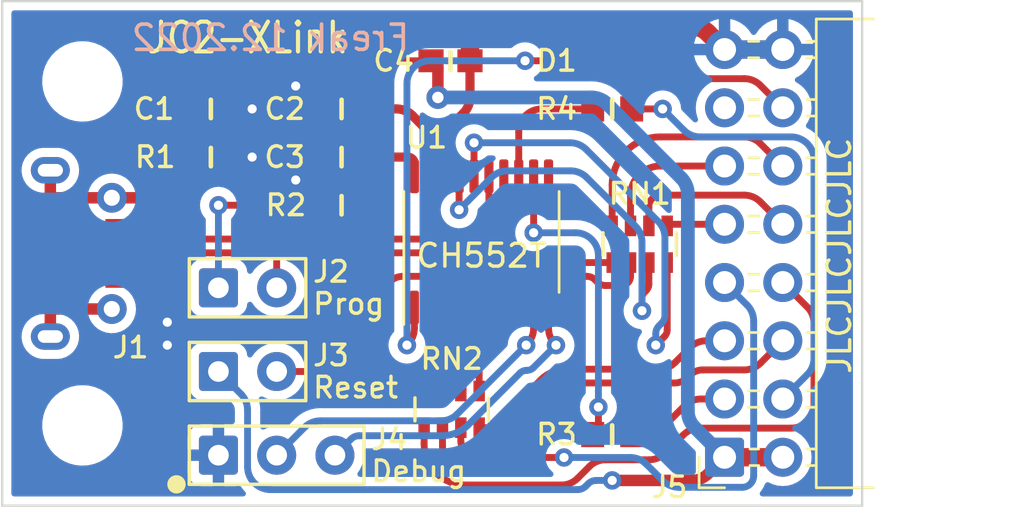
<source format=kicad_pcb>
(kicad_pcb (version 20211014) (generator pcbnew)
  (layers (0 "F.Cu" signal) (31 "B.Cu" signal) (34 "B.Paste" user) (35 "F.Paste" user) (36 "B.SilkS" user "B.Silkscreen") (37 "F.SilkS" user "F.Silkscreen") (38 "B.Mask" user) (39 "F.Mask" user) (44 "Edge.Cuts" user))
  (net 0 "")
  (net 1 "Net-(C1-Pad1)")
  (net 2 "GND")
  (net 3 "+5V")
  (net 4 "+3.3V")
  (net 5 "Net-(D1-Pad1)")
  (net 6 "Net-(D1-Pad2)")
  (net 8 "Net-(J1-Pad2)")
  (net 10 "Net-(J1-Pad3)")
  (net 11 "Net-(J2-Pad1)")
  (net 12 "Net-(J4-Pad2)")
  (net 13 "Net-(J5-Pad3)")
  (net 14 "Net-(J5-Pad4)")
  (net 15 "Net-(J5-Pad5)")
  (net 16 "Net-(J5-Pad6)")
  (net 17 "Net-(RN1-Pad2)")
  (net 18 "Net-(RN1-Pad3)")
  (net 19 "Net-(J5-Pad7)")
  (net 20 "Net-(J5-Pad8)")
  (net 21 "Net-(RN2-Pad1)")
  (net 22 "Net-(RN2-Pad2)")
  (net 24 "Net-(J5-Pad12)")
  (net 25 "Net-(R3-Pad1)")
  (net 26 "Net-(RN2-Pad3)")
  (net 28 "Net-(RN2-Pad4)")
  (net 29 "Net-(J5-Pad9)")
  (net 30 "Net-(J5-Pad10)")
  (net 31 "Net-(R4-Pad1)")
  (net 32 "Net-(J5-Pad11)")
  (net 33 "Net-(RN1-Pad1)")
  (net 34 "Net-(RN1-Pad4)")
  (net 35 "Net-(J4-Pad3)")
  (net 36 "Net-(J3-Pad2)")
  (footprint "TTB_MyLib:TTB_C0603" (layer "F.Cu") (at 136.3 93.8 180)
    (fp_text reference "C3" (at 1.5 0) (layer "F.SilkS") (effects (font (size 0.9 0.9)) (justify right)))
    (fp_text value "100n" hide)
    (fp_line (start 0 -0.4) (end 0 0.4) (layer "F.SilkS") (width 0.2))
    (pad "1" smd rect locked (at -0.85 0 180) (size 1.1 1) (layers "F.Cu" "F.Paste" "F.Mask") (net 4 "+3.3V"))
    (pad "2" smd rect locked (at 0.85 0 180) (size 1.1 1) (layers "F.Cu" "F.Paste" "F.Mask") (net 2 "GND"))
  )
  (footprint "TTB_MyLib:TTB_D0603" (layer "F.Cu") (at 148.1 89.6)
    (fp_text reference "D1" (at -1.45 0) (layer "F.SilkS") (effects (font (size 0.9 0.9)) (justify right)))
    (fp_text value "CD4148WTP" hide)
    (pad "1" smd rect locked (at -0.85 0) (size 1 1.1) (layers "F.Cu" "F.Paste" "F.Mask") (net 5 "Net-(D1-Pad1)"))
    (pad "2" smd rect locked (at 0.85 0) (size 1 1.1) (layers "F.Cu" "F.Paste" "F.Mask") (net 6 "Net-(D1-Pad2)"))
  )
  (footprint "TTB_MyLib:TTB_C0603" (layer "F.Cu") (at 136.3 91.7 180)
    (fp_text reference "C2" (at 1.5 0) (layer "F.SilkS") (effects (font (size 0.9 0.9)) (justify right)))
    (fp_text value "100n" hide)
    (fp_line (start 0 -0.4) (end 0 0.4) (layer "F.SilkS") (width 0.2))
    (pad "1" smd rect locked (at -0.85 0 180) (size 1.1 1) (layers "F.Cu" "F.Paste" "F.Mask") (net 3 "+5V"))
    (pad "2" smd rect locked (at 0.85 0 180) (size 1.1 1) (layers "F.Cu" "F.Paste" "F.Mask") (net 2 "GND"))
  )
  (footprint "TTB_MyLib:TTB_USB-B_Micro_LCSC_C10418" (layer "F.Cu") (at 123.6 98 90)
    (fp_text reference "J1" (at -4.1 3.5 180) (layer "F.SilkS") (effects (font (size 0.9 0.9))))
    (fp_text value "USB Micro-B" hide)
    (pad "1" smd rect locked (at 1.3 3.2 90) (size 0.4 1.6) (layers "F.Cu" "F.Paste" "F.Mask"))
    (pad "2" smd rect locked (at 0.65 3.2 90) (size 0.4 1.6) (layers "F.Cu" "F.Paste" "F.Mask") (net 8 "Net-(J1-Pad2)"))
    (pad "3" smd rect locked (at 0 3.2 90) (size 0.4 1.6) (layers "F.Cu" "F.Paste" "F.Mask") (net 10 "Net-(J1-Pad3)"))
    (pad "4" smd rect locked (at -0.65 3.2 90) (size 0.4 1.6) (layers "F.Cu" "F.Paste" "F.Mask"))
    (pad "5" smd rect locked (at -1.3 3.2 90) (size 0.4 1.6) (layers "F.Cu" "F.Paste" "F.Mask") (net 2 "GND"))
    (pad "6" thru_hole circle locked (at 2.425 2.68 90) (size 1.3 1.3) (drill 0.7) (layers *.Cu *.Mask) (net 1 "Net-(C1-Pad1)"))
    (pad "6" thru_hole circle locked (at -2.425 2.68 90) (size 1.3 1.3) (drill 0.7) (layers *.Cu *.Mask) (net 1 "Net-(C1-Pad1)"))
    (pad "6" thru_hole oval locked (at -3.625 0 90) (size 1.15 1.7) (drill oval 0.55 1.1) (layers *.Cu *.Mask) (net 1 "Net-(C1-Pad1)"))
    (pad "6" smd rect locked (at 1.6 -0.9 90) (size 1.5 1) (layers "F.Cu" "F.Paste" "F.Mask") (net 1 "Net-(C1-Pad1)"))
    (pad "6" thru_hole oval locked (at 3.625 0 90) (size 1.15 1.7) (drill oval 0.55 1.1) (layers *.Cu *.Mask) (net 1 "Net-(C1-Pad1)"))
    (pad "6" smd rect locked (at -1.6 -0.9 90) (size 1.5 1) (layers "F.Cu" "F.Paste" "F.Mask") (net 1 "Net-(C1-Pad1)"))
  )
  (footprint "Package_SO:TSSOP-20_4.4x6.5mm_P0.65mm" (layer "F.Cu") (at 142.4 97.5 90)
    (fp_text reference "U1" (at 4.55 -2.4 180) (layer "F.SilkS") (effects (font (size 0.9 0.9))))
    (fp_text value "CH552T")
    (fp_line (start 0 3.385) (end -2.2 3.385) (layer "F.SilkS") (width 0.12))
    (fp_line (start 0 -3.385) (end 2.2 -3.385) (layer "F.SilkS") (width 0.12))
    (fp_line (start 0 -3.385) (end -3.6 -3.385) (layer "F.SilkS") (width 0.12))
    (fp_line (start 0 3.385) (end 2.2 3.385) (layer "F.SilkS") (width 0.12))
    (pad "1" smd roundrect (at -2.8625 -2.925 90) (size 1.475 0.4) (layers "F.Cu" "F.Paste" "F.Mask") (net 5 "Net-(D1-Pad1)"))
    (pad "2" smd roundrect (at -2.8625 -2.275 90) (size 1.475 0.4) (layers "F.Cu" "F.Paste" "F.Mask") (net 28 "Net-(RN2-Pad4)"))
    (pad "3" smd roundrect (at -2.8625 -1.625 90) (size 1.475 0.4) (layers "F.Cu" "F.Paste" "F.Mask") (net 26 "Net-(RN2-Pad3)"))
    (pad "4" smd roundrect (at -2.8625 -0.975 90) (size 1.475 0.4) (layers "F.Cu" "F.Paste" "F.Mask") (net 22 "Net-(RN2-Pad2)"))
    (pad "5" smd roundrect (at -2.8625 -0.325 90) (size 1.475 0.4) (layers "F.Cu" "F.Paste" "F.Mask") (net 21 "Net-(RN2-Pad1)"))
    (pad "6" smd roundrect (at -2.8625 0.325 90) (size 1.475 0.4) (layers "F.Cu" "F.Paste" "F.Mask") (net 36 "Net-(J3-Pad2)"))
    (pad "7" smd roundrect (at -2.8625 0.975 90) (size 1.475 0.4) (layers "F.Cu" "F.Paste" "F.Mask") (net 33 "Net-(RN1-Pad1)"))
    (pad "8" smd roundrect (at -2.8625 1.625 90) (size 1.475 0.4) (layers "F.Cu" "F.Paste" "F.Mask") (net 17 "Net-(RN1-Pad2)"))
    (pad "9" smd roundrect (at -2.8625 2.275 90) (size 1.475 0.4) (layers "F.Cu" "F.Paste" "F.Mask") (net 12 "Net-(J4-Pad2)"))
    (pad "10" smd roundrect (at -2.8625 2.925 90) (size 1.475 0.4) (layers "F.Cu" "F.Paste" "F.Mask") (net 35 "Net-(J4-Pad3)"))
    (pad "11" smd roundrect (at 2.8625 2.925 90) (size 1.475 0.4) (layers "F.Cu" "F.Paste" "F.Mask"))
    (pad "12" smd roundrect (at 2.8625 2.275 90) (size 1.475 0.4) (layers "F.Cu" "F.Paste" "F.Mask") (net 25 "Net-(R3-Pad1)"))
    (pad "13" smd roundrect (at 2.8625 1.625 90) (size 1.475 0.4) (layers "F.Cu" "F.Paste" "F.Mask") (net 31 "Net-(R4-Pad1)"))
    (pad "14" smd roundrect (at 2.8625 0.975 90) (size 1.475 0.4) (layers "F.Cu" "F.Paste" "F.Mask") (net 10 "Net-(J1-Pad3)"))
    (pad "15" smd roundrect (at 2.8625 0.325 90) (size 1.475 0.4) (layers "F.Cu" "F.Paste" "F.Mask") (net 8 "Net-(J1-Pad2)"))
    (pad "16" smd roundrect (at 2.8625 -0.325 90) (size 1.475 0.4) (layers "F.Cu" "F.Paste" "F.Mask") (net 34 "Net-(RN1-Pad4)"))
    (pad "17" smd roundrect (at 2.8625 -0.975 90) (size 1.475 0.4) (layers "F.Cu" "F.Paste" "F.Mask") (net 18 "Net-(RN1-Pad3)"))
    (pad "18" smd roundrect (at 2.8625 -1.625 90) (size 1.475 0.4) (layers "F.Cu" "F.Paste" "F.Mask") (net 2 "GND"))
    (pad "19" smd roundrect (at 2.8625 -2.275 90) (size 1.475 0.4) (layers "F.Cu" "F.Paste" "F.Mask") (net 3 "+5V"))
    (pad "20" smd roundrect (at 2.8625 -2.925 90) (size 1.475 0.4) (layers "F.Cu" "F.Paste" "F.Mask") (net 4 "+3.3V"))
  )
  (footprint "MountingHole:MountingHole_2.7mm_M2.5_DIN965" (layer "F.Cu") (at 125 90.5)
    (fp_text reference "H1" hide)
    (fp_text value "MountingHole" hide)
    (pad "" np_thru_hole circle (at 0 0) (size 2.7 2.7) (drill 2.7) (layers *.Cu *.Mask))
  )
  (footprint "Connector_PinSocket_2.54mm:PinSocket_2x08_P2.54mm_Horizontal" (layer "F.Cu") (at 153 106.89 180)
    (fp_text reference "J5" (at 2.4 -1.31) (layer "F.SilkS") (effects (font (size 0.9 0.9))))
    (fp_text value "Port B")
    (fp_line (start -1.49 15.6) (end -1.05 15.6) (layer "F.SilkS") (width 0.12))
    (fp_line (start -4 17.42) (end -3.59 17.42) (layer "F.SilkS") (width 0.12))
    (fp_line (start -1.49 5.44) (end -1.05 5.44) (layer "F.SilkS") (width 0.12))
    (fp_line (start -4 -0.36) (end -3.59 -0.36) (layer "F.SilkS") (width 0.12))
    (fp_line (start 1.11 -1.33) (end 1.11 0) (layer "F.SilkS") (width 0.12))
    (fp_line (start -1.49 14.88) (end -1.05 14.88) (layer "F.SilkS") (width 0.12))
    (fp_line (start -1.49 2.18) (end -1.05 2.18) (layer "F.SilkS") (width 0.12))
    (fp_line (start -4 13.06) (end -3.59 13.06) (layer "F.SilkS") (width 0.12))
    (fp_line (start 0 -1.33) (end 1.11 -1.33) (layer "F.SilkS") (width 0.12))
    (fp_line (start -6.5 19.11) (end -4 19.11) (layer "F.SilkS") (width 0.12))
    (fp_line (start -4 -1.33) (end -4 19.11) (layer "F.SilkS") (width 0.12))
    (fp_line (start -4 10.52) (end -3.59 10.52) (layer "F.SilkS") (width 0.12))
    (fp_line (start -1.49 12.34) (end -1.05 12.34) (layer "F.SilkS") (width 0.12))
    (fp_line (start -4 4.72) (end -3.59 4.72) (layer "F.SilkS") (width 0.12))
    (fp_line (start -1.49 17.42) (end -1.05 17.42) (layer "F.SilkS") (width 0.12))
    (fp_line (start -4 14.88) (end -3.59 14.88) (layer "F.SilkS") (width 0.12))
    (fp_line (start -1.49 7.98) (end -1.05 7.98) (layer "F.SilkS") (width 0.12))
    (fp_line (start -1.49 4.72) (end -1.05 4.72) (layer "F.SilkS") (width 0.12))
    (fp_line (start -1.49 9.8) (end -1.05 9.8) (layer "F.SilkS") (width 0.12))
    (fp_line (start -4 7.98) (end -3.59 7.98) (layer "F.SilkS") (width 0.12))
    (fp_line (start -1.49 13.06) (end -1.05 13.06) (layer "F.SilkS") (width 0.12))
    (fp_line (start -1.49 7.26) (end -1.05 7.26) (layer "F.SilkS") (width 0.12))
    (fp_line (start -4 12.34) (end -3.59 12.34) (layer "F.SilkS") (width 0.12))
    (fp_line (start -4 15.6) (end -3.59 15.6) (layer "F.SilkS") (width 0.12))
    (fp_line (start -1.49 0.36) (end -1.11 0.36) (layer "F.SilkS") (width 0.12))
    (fp_line (start -4 2.18) (end -3.59 2.18) (layer "F.SilkS") (width 0.12))
    (fp_line (start -4 0.36) (end -3.59 0.36) (layer "F.SilkS") (width 0.12))
    (fp_line (start -1.49 18.14) (end -1.05 18.14) (layer "F.SilkS") (width 0.12))
    (fp_line (start -4 9.8) (end -3.59 9.8) (layer "F.SilkS") (width 0.12))
    (fp_line (start -1.49 10.52) (end -1.05 10.52) (layer "F.SilkS") (width 0.12))
    (fp_line (start -1.49 2.9) (end -1.05 2.9) (layer "F.SilkS") (width 0.12))
    (fp_line (start -1.49 -0.36) (end -1.11 -0.36) (layer "F.SilkS") (width 0.12))
    (fp_line (start -6.5 -1.33) (end -4 -1.33) (layer "F.SilkS") (width 0.12))
    (fp_line (start -4 2.9) (end -3.59 2.9) (layer "F.SilkS") (width 0.12))
    (fp_line (start -4 7.26) (end -3.59 7.26) (layer "F.SilkS") (width 0.12))
    (fp_line (start -4 18.14) (end -3.59 18.14) (layer "F.SilkS") (width 0.12))
    (fp_line (start -4 5.44) (end -3.59 5.44) (layer "F.SilkS") (width 0.12))
    (pad "1" thru_hole roundrect (at 0 0 180) (size 1.7 1.7) (drill 1) (layers *.Cu *.Mask) (roundrect_rratio 0.1) (net 3 "+5V"))
    (pad "2" thru_hole oval (at -2.54 0 180) (size 1.7 1.7) (drill 1) (layers *.Cu *.Mask) (net 3 "+5V"))
    (pad "3" thru_hole oval (at 0 2.54 180) (size 1.7 1.7) (drill 1) (layers *.Cu *.Mask) (net 13 "Net-(J5-Pad3)"))
    (pad "4" thru_hole oval (at -2.54 2.54 180) (size 1.7 1.7) (drill 1) (layers *.Cu *.Mask) (net 14 "Net-(J5-Pad4)"))
    (pad "5" thru_hole oval (at 0 5.08 180) (size 1.7 1.7) (drill 1) (layers *.Cu *.Mask) (net 15 "Net-(J5-Pad5)"))
    (pad "6" thru_hole oval (at -2.54 5.08 180) (size 1.7 1.7) (drill 1) (layers *.Cu *.Mask) (net 16 "Net-(J5-Pad6)"))
    (pad "7" thru_hole oval (at 0 7.62 180) (size 1.7 1.7) (drill 1) (layers *.Cu *.Mask) (net 19 "Net-(J5-Pad7)"))
    (pad "8" thru_hole oval (at -2.54 7.62 180) (size 1.7 1.7) (drill 1) (layers *.Cu *.Mask) (net 20 "Net-(J5-Pad8)"))
    (pad "9" thru_hole oval (at 0 10.16 180) (size 1.7 1.7) (drill 1) (layers *.Cu *.Mask) (net 29 "Net-(J5-Pad9)"))
    (pad "10" thru_hole oval (at -2.54 10.16 180) (size 1.7 1.7) (drill 1) (layers *.Cu *.Mask) (net 30 "Net-(J5-Pad10)"))
    (pad "11" thru_hole oval (at 0 12.7 180) (size 1.7 1.7) (drill 1) (layers *.Cu *.Mask) (net 32 "Net-(J5-Pad11)"))
    (pad "12" thru_hole oval (at -2.54 12.7 180) (size 1.7 1.7) (drill 1) (layers *.Cu *.Mask) (net 24 "Net-(J5-Pad12)"))
    (pad "13" thru_hole oval (at 0 15.24 180) (size 1.7 1.7) (drill 1) (layers *.Cu *.Mask))
    (pad "14" thru_hole oval (at -2.54 15.24 180) (size 1.7 1.7) (drill 1) (layers *.Cu *.Mask) (net 6 "Net-(D1-Pad2)"))
    (pad "15" thru_hole oval (at 0 17.78 180) (size 1.7 1.7) (drill 1) (layers *.Cu *.Mask) (net 2 "GND"))
    (pad "16" thru_hole oval (at -2.54 17.78 180) (size 1.7 1.7) (drill 1) (layers *.Cu *.Mask) (net 2 "GND"))
  )
  (footprint "TTB_MyLib:TTB_C0603" (layer "F.Cu") (at 130.6 91.7)
    (fp_text reference "C1" (at -1.5 0) (layer "F.SilkS") (effects (font (size 0.9 0.9)) (justify right)))
    (fp_text value "4,7n" hide)
    (fp_line (start 0 -0.4) (end 0 0.4) (layer "F.SilkS") (width 0.2))
    (pad "1" smd rect locked (at -0.85 0) (size 1.1 1) (layers "F.Cu" "F.Paste" "F.Mask") (net 1 "Net-(C1-Pad1)"))
    (pad "2" smd rect locked (at 0.85 0) (size 1.1 1) (layers "F.Cu" "F.Paste" "F.Mask") (net 2 "GND"))
  )
  (footprint "TTB_MyLib:TTB_Pinhead_1x2_Rahmen" (layer "F.Cu") (at 132.2 99.5)
    (fp_text reference "J2" (at 2.77 -0.7 180) (layer "F.SilkS") (effects (font (size 0.9 0.9)) (justify left)))
    (fp_text value "Prog" hide)
    (fp_line (start -2.54 1.27) (end -2.54 -1.27) (layer "F.SilkS") (width 0.15))
    (fp_line (start 2.54 -1.27) (end 2.54 1.27) (layer "F.SilkS") (width 0.15))
    (fp_line (start -2.54 1.27) (end 2.54 1.27) (layer "F.SilkS") (width 0.15))
    (fp_line (start -2.54 -1.27) (end 2.54 -1.27) (layer "F.SilkS") (width 0.15))
    (pad "1" thru_hole roundrect locked (at -1.27 0) (size 1.7 1.7) (drill 0.9) (layers *.Cu *.Mask) (roundrect_rratio 0.1) (net 11 "Net-(J2-Pad1)"))
    (pad "2" thru_hole circle locked (at 1.27 0) (size 1.7 1.7) (drill 0.9) (layers *.Cu *.Mask) (net 10 "Net-(J1-Pad3)"))
  )
  (footprint "TTB_MyLib:TTB_RNet1206_4R" (layer "F.Cu") (at 149.3 97.6)
    (fp_text reference "RN1" (at 0 -2.2) (layer "F.SilkS") (effects (font (size 0.9 0.9))))
    (fp_text value "470R" hide)
    (fp_line (start 1.6 -0.5) (end 1.6 0.5) (layer "F.SilkS") (width 0.15))
    (fp_line (start -1.6 -0.5) (end -1.6 0.5) (layer "F.SilkS") (width 0.15))
    (pad "1" smd rect locked (at -1.2 0.8) (size 0.5 0.9) (layers "F.Cu" "F.Paste" "F.Mask") (net 33 "Net-(RN1-Pad1)"))
    (pad "2" smd rect locked (at -0.4 0.8) (size 0.5 0.9) (layers "F.Cu" "F.Paste" "F.Mask") (net 17 "Net-(RN1-Pad2)"))
    (pad "3" smd rect locked (at 0.4 0.8) (size 0.5 0.9) (layers "F.Cu" "F.Paste" "F.Mask") (net 18 "Net-(RN1-Pad3)"))
    (pad "4" smd rect locked (at 1.2 0.8) (size 0.5 0.9) (layers "F.Cu" "F.Paste" "F.Mask") (net 34 "Net-(RN1-Pad4)"))
    (pad "5" smd rect locked (at 1.2 -0.8) (size 0.5 0.9) (layers "F.Cu" "F.Paste" "F.Mask") (net 29 "Net-(J5-Pad9)"))
    (pad "6" smd rect locked (at 0.4 -0.8) (size 0.5 0.9) (layers "F.Cu" "F.Paste" "F.Mask") (net 30 "Net-(J5-Pad10)"))
    (pad "7" smd rect locked (at -0.4 -0.8) (size 0.5 0.9) (layers "F.Cu" "F.Paste" "F.Mask") (net 32 "Net-(J5-Pad11)"))
    (pad "8" smd rect locked (at -1.2 -0.8) (size 0.5 0.9) (layers "F.Cu" "F.Paste" "F.Mask") (net 24 "Net-(J5-Pad12)"))
  )
  (footprint "TTB_MyLib:TTB_R0603" (layer "F.Cu") (at 148.1 91.7)
    (fp_text reference "R4" (at -1.45 0) (layer "F.SilkS") (effects (font (size 0.9 0.9)) (justify right)))
    (fp_text value "180R" hide)
    (fp_line (start 0 -0.4) (end 0 0.4) (layer "F.SilkS") (width 0.2))
    (pad "1" smd rect locked (at -0.85 0) (size 1 1.1) (layers "F.Cu" "F.Paste" "F.Mask") (net 31 "Net-(R4-Pad1)"))
    (pad "2" smd rect locked (at 0.85 0) (size 1 1.1) (layers "F.Cu" "F.Paste" "F.Mask") (net 14 "Net-(J5-Pad4)"))
  )
  (footprint "TTB_MyLib:TTB_R0603" (layer "F.Cu") (at 130.6 93.8 180)
    (fp_text reference "R1" (at 1.45 0) (layer "F.SilkS") (effects (font (size 0.9 0.9)) (justify right)))
    (fp_text value "1M" hide)
    (fp_line (start 0 -0.4) (end 0 0.4) (layer "F.SilkS") (width 0.2))
    (pad "1" smd rect locked (at -0.85 0 180) (size 1 1.1) (layers "F.Cu" "F.Paste" "F.Mask") (net 2 "GND"))
    (pad "2" smd rect locked (at 0.85 0 180) (size 1 1.1) (layers "F.Cu" "F.Paste" "F.Mask") (net 1 "Net-(C1-Pad1)"))
  )
  (footprint "TTB_MyLib:TTB_R0603" (layer "F.Cu") (at 148.1 105.9)
    (fp_text reference "R3" (at -1.45 0) (layer "F.SilkS") (effects (font (size 0.9 0.9)) (justify right)))
    (fp_text value "1k0" hide)
    (fp_line (start 0 -0.4) (end 0 0.4) (layer "F.SilkS") (width 0.2))
    (pad "1" smd rect locked (at -0.85 0) (size 1 1.1) (layers "F.Cu" "F.Paste" "F.Mask") (net 25 "Net-(R3-Pad1)"))
    (pad "2" smd rect locked (at 0.85 0) (size 1 1.1) (layers "F.Cu" "F.Paste" "F.Mask") (net 13 "Net-(J5-Pad3)"))
  )
  (footprint "TTB_MyLib:TTB_C0603" (layer "F.Cu") (at 141.05 89.6)
    (fp_text reference "C4" (at -1.5 0) (layer "F.SilkS") (effects (font (size 0.9 0.9)) (justify right)))
    (fp_text value "1µ" hide)
    (fp_line (start 0 -0.4) (end 0 0.4) (layer "F.SilkS") (width 0.2))
    (pad "1" smd rect locked (at -0.85 0) (size 1.1 1) (layers "F.Cu" "F.Paste" "F.Mask") (net 3 "+5V"))
    (pad "2" smd rect locked (at 0.85 0) (size 1.1 1) (layers "F.Cu" "F.Paste" "F.Mask") (net 2 "GND"))
  )
  (footprint "TTB_MyLib:TTB_Pinhead_1x2_Rahmen" (layer "F.Cu") (at 132.2 103.15)
    (fp_text reference "J3" (at 2.77 -0.7 180) (layer "F.SilkS") (effects (font (size 0.9 0.9)) (justify left)))
    (fp_text value "Reset" hide)
    (fp_line (start -2.54 -1.27) (end 2.54 -1.27) (layer "F.SilkS") (width 0.15))
    (fp_line (start 2.54 -1.27) (end 2.54 1.27) (layer "F.SilkS") (width 0.15))
    (fp_line (start -2.54 1.27) (end -2.54 -1.27) (layer "F.SilkS") (width 0.15))
    (fp_line (start -2.54 1.27) (end 2.54 1.27) (layer "F.SilkS") (width 0.15))
    (pad "1" thru_hole roundrect locked (at -1.27 0) (size 1.7 1.7) (drill 0.9) (layers *.Cu *.Mask) (roundrect_rratio 0.1) (net 3 "+5V"))
    (pad "2" thru_hole circle locked (at 1.27 0) (size 1.7 1.7) (drill 0.9) (layers *.Cu *.Mask) (net 36 "Net-(J3-Pad2)"))
  )
  (footprint "TTB_MyLib:TTB_R0603" (layer "F.Cu") (at 136.3 95.9)
    (fp_text reference "R2" (at -1.45 0) (layer "F.SilkS") (effects (font (size 0.9 0.9)) (justify right)))
    (fp_text value "10k" hide)
    (fp_line (start 0 -0.4) (end 0 0.4) (layer "F.SilkS") (width 0.2))
    (pad "1" smd rect locked (at -0.85 0) (size 1 1.1) (layers "F.Cu" "F.Paste" "F.Mask") (net 11 "Net-(J2-Pad1)"))
    (pad "2" smd rect locked (at 0.85 0) (size 1 1.1) (layers "F.Cu" "F.Paste" "F.Mask") (net 4 "+3.3V"))
  )
  (footprint "MountingHole:MountingHole_2.7mm_M2.5_DIN965" (layer "F.Cu") (at 125 105.5)
    (fp_text reference "H2" hide)
    (fp_text value "MountingHole" hide)
    (pad "" np_thru_hole circle (at 0 0) (size 2.7 2.7) (drill 2.7) (layers *.Cu *.Mask))
  )
  (footprint "TTB_MyLib:TTB_Pinhead_1x3_Rahmen" (layer "F.Cu") (at 133.47 106.8)
    (fp_text reference "J4" (at 4.04 -0.7 180) (layer "F.SilkS") (effects (font (size 0.9 0.9)) (justify left)))
    (fp_text value "Debug" hide)
    (fp_line (start -3.81 1.27) (end 3.81 1.27) (layer "F.SilkS") (width 0.15))
    (fp_line (start -3.81 -1.27) (end 3.81 -1.27) (layer "F.SilkS") (width 0.15))
    (fp_line (start -3.81 1.27) (end -3.81 -1.27) (layer "F.SilkS") (width 0.15))
    (fp_line (start 3.81 1.27) (end 3.81 -1.27) (layer "F.SilkS") (width 0.15))
    (pad "1" thru_hole roundrect locked (at -2.54 0) (size 1.7 1.7) (drill 0.9) (layers *.Cu *.Mask) (roundrect_rratio 0.1) (net 2 "GND"))
    (pad "2" thru_hole circle locked (at 0 0) (size 1.7 1.7) (drill 0.9) (layers *.Cu *.Mask) (net 12 "Net-(J4-Pad2)"))
    (pad "3" thru_hole circle locked (at 2.54 0) (size 1.7 1.7) (drill 0.9) (layers *.Cu *.Mask) (net 35 "Net-(J4-Pad3)"))
  )
  (footprint "TTB_MyLib:TTB_RNet1206_4R" (layer "F.Cu") (at 141.1 104.8 180)
    (fp_text reference "RN2" (at 0 2.2 180) (layer "F.SilkS") (effects (font (size 0.9 0.9))))
    (fp_text value "470R" hide)
    (fp_line (start 1.6 -0.5) (end 1.6 0.5) (layer "F.SilkS") (width 0.15))
    (fp_line (start -1.6 -0.5) (end -1.6 0.5) (layer "F.SilkS") (width 0.15))
    (pad "1" smd rect locked (at -1.2 0.8 180) (size 0.5 0.9) (layers "F.Cu" "F.Paste" "F.Mask") (net 21 "Net-(RN2-Pad1)"))
    (pad "2" smd rect locked (at -0.4 0.8 180) (size 0.5 0.9) (layers "F.Cu" "F.Paste" "F.Mask") (net 22 "Net-(RN2-Pad2)"))
    (pad "3" smd rect locked (at 0.4 0.8 180) (size 0.5 0.9) (layers "F.Cu" "F.Paste" "F.Mask") (net 26 "Net-(RN2-Pad3)"))
    (pad "4" smd rect locked (at 1.2 0.8 180) (size 0.5 0.9) (layers "F.Cu" "F.Paste" "F.Mask") (net 28 "Net-(RN2-Pad4)"))
    (pad "5" smd rect locked (at 1.2 -0.8 180) (size 0.5 0.9) (layers "F.Cu" "F.Paste" "F.Mask") (net 20 "Net-(J5-Pad8)"))
    (pad "6" smd rect locked (at 0.4 -0.8 180) (size 0.5 0.9) (layers "F.Cu" "F.Paste" "F.Mask") (net 19 "Net-(J5-Pad7)"))
    (pad "7" smd rect locked (at -0.4 -0.8 180) (size 0.5 0.9) (layers "F.Cu" "F.Paste" "F.Mask") (net 16 "Net-(J5-Pad6)"))
    (pad "8" smd rect locked (at -1.2 -0.8 180) (size 0.5 0.9) (layers "F.Cu" "F.Paste" "F.Mask") (net 15 "Net-(J5-Pad5)"))
  )
  (gr_circle (center 129.1 108.07) (end 129.3 108.07) (layer "F.SilkS") (width 0.4) (fill none))
  (gr_line (start 159 109) (end 159 87) (layer "Edge.Cuts") (width 0.1))
  (gr_line (start 159 87) (end 121.5 87) (layer "Edge.Cuts") (width 0.1))
  (gr_line (start 121.5 109) (end 159 109) (layer "Edge.Cuts") (width 0.1))
  (gr_line (start 121.5 87) (end 121.5 109) (layer "Edge.Cuts") (width 0.1))
  (gr_text "Freak 12.2022" (at 133.2 88.6) (layer "B.SilkS") (effects (font (size 1.1 1.1) (thickness 0.16)) (justify mirror)))
  (gr_text "JLCJLCJLCJLC" (at 158 98.1 90) (layer "F.SilkS") (effects (font (size 1 1))))
  (gr_text "Prog" (at 134.97 100.2) (layer "F.SilkS") (effects (font (size 0.9 0.9)) (justify left)))
  (gr_text "JC2-XLink" (at 132.2 88.6) (layer "F.SilkS") (effects (font (size 1.3 1.1) (thickness 0.18))))
  (gr_text "CH552T" (at 142.4 98.1) (layer "F.SilkS") (effects (font (size 1 1))))
  (gr_text "Debug" (at 137.51 107.5) (layer "F.SilkS") (effects (font (size 0.9 0.9)) (justify left)))
  (gr_text "Reset" (at 134.97 103.85) (layer "F.SilkS") (effects (font (size 0.9 0.9)) (justify left)))
  (segment (start 123.6 95.5) (end 122.7 96.4) (width 0.5) (layer "F.Cu") (net 1))
  (segment (start 123.6 101.625) (end 123.6 100.5) (width 0.5) (layer "F.Cu") (net 1))
  (segment (start 122.7 96.4) (end 122.7 99.6) (width 0.25) (layer "F.Cu") (net 1))
  (segment (start 126.28 100.425) (end 123.675 100.425) (width 0.5) (layer "F.Cu") (net 1))
  (segment (start 123.6 94.375) (end 123.6 95.5) (width 0.5) (layer "F.Cu") (net 1))
  (segment (start 123.6 100.5) (end 122.7 99.6) (width 0.5) (layer "F.Cu") (net 1))
  (segment (start 129.75 94.775) (end 129.75 93.8) (width 0.5) (layer "F.Cu") (net 1))
  (segment (start 123.675 95.575) (end 123.6 95.5) (width 0.5) (layer "F.Cu") (net 1))
  (segment (start 126.28 95.575) (end 128.95 95.575) (width 0.5) (layer "F.Cu") (net 1))
  (segment (start 126.28 95.575) (end 123.675 95.575) (width 0.5) (layer "F.Cu") (net 1))
  (segment (start 123.675 100.425) (end 123.6 100.5) (width 0.5) (layer "F.Cu") (net 1))
  (segment (start 129.75 91.7) (end 129.75 93.8) (width 0.5) (layer "F.Cu") (net 1))
  (arc (start 128.95 95.575) (mid 129.515685 95.340685) (end 129.75 94.775) (width 0.5) (layer "F.Cu") (net 1))
  (segment (start 131.45 93.8) (end 132.4 93.8) (width 0.8) (layer "F.Cu") (net 2))
  (segment (start 155.54 89.11) (end 153 89.11) (width 0.8) (layer "F.Cu") (net 2))
  (segment (start 135.2 88.1) (end 134.3 89) (width 0.8) (layer "F.Cu") (net 2))
  (segment (start 153 89.11) (end 152.282893 88.392893) (width 0.8) (layer "F.Cu") (net 2))
  (segment (start 134.3 91.7) (end 134.3 90.7) (width 0.5) (layer "F.Cu") (net 2))
  (segment (start 128.7 100.1) (end 128.7 101) (width 0.4) (layer "F.Cu") (net 2))
  (segment (start 128.7 101) (end 128.7 102) (width 1) (layer "F.Cu") (net 2))
  (segment (start 141.9 88.1) (end 135.2 88.1) (width 0.8) (layer "F.Cu") (net 2))
  (segment (start 126.8 99.3) (end 127.9 99.3) (width 0.4) (layer "F.Cu") (net 2))
  (segment (start 134.3 93.8) (end 134.3 91.7) (width 0.5) (layer "F.Cu") (net 2))
  (segment (start 134.3 93.8) (end 135.45 93.8) (width 0.5) (layer "F.Cu") (net 2))
  (segment (start 141.9 91.185786) (end 141.9 89.6) (width 0.4) (layer "F.Cu") (net 2))
  (segment (start 134.3 89) (end 134.3 90.7) (width 0.8) (layer "F.Cu") (net 2))
  (segment (start 140.775 94.6375) (end 140.775 93.139214) (width 0.4) (layer "F.Cu") (net 2))
  (segment (start 134.3 94.8) (end 134.3 93.8) (width 0.5) (layer "F.Cu") (net 2))
  (segment (start 134.3 91.7) (end 135.45 91.7) (width 0.5) (layer "F.Cu") (net 2))
  (segment (start 132.4 91.7) (end 131.45 91.7) (width 0.8) (layer "F.Cu") (net 2))
  (segment (start 141.067893 92.432107) (end 141.607107 91.892893) (width 0.4) (layer "F.Cu") (net 2))
  (segment (start 141.9 88.1) (end 141.9 89.6) (width 0.8) (layer "F.Cu") (net 2))
  (segment (start 151.575786 88.1) (end 141.9 88.1) (width 0.8) (layer "F.Cu") (net 2))
  (via (at 134.3 90.7) (size 0.8) (drill 0.4) (layers "F.Cu" "B.Cu") (net 2))
  (via (at 132.4 91.7) (size 0.8) (drill 0.4) (layers "F.Cu" "B.Cu") (net 2))
  (via (at 128.7 101) (size 1) (drill 0.4) (layers "F.Cu" "B.Cu") (net 2))
  (via (at 134.3 94.8) (size 0.8) (drill 0.4) (layers "F.Cu" "B.Cu") (net 2))
  (via (at 128.7 102) (size 1) (drill 0.4) (layers "F.Cu" "B.Cu") (net 2))
  (via (at 132.4 93.8) (size 0.8) (drill 0.4) (layers "F.Cu" "B.Cu") (net 2))
  (arc (start 141.067893 92.432107) (mid 140.85112 92.75653) (end 140.775 93.139214) (width 0.4) (layer "F.Cu") (net 2))
  (arc (start 141.607107 91.892893) (mid 141.82388 91.56847) (end 141.9 91.185786) (width 0.4) (layer "F.Cu") (net 2))
  (arc (start 152.282893 88.392893) (mid 151.95847 88.17612) (end 151.575786 88.1) (width 0.8) (layer "F.Cu") (net 2))
  (arc (start 127.9 99.3) (mid 128.465685 99.534315) (end 128.7 100.1) (width 0.4) (layer "F.Cu") (net 2))
  (segment (start 128.7 101) (end 128.7 102) (width 1) (layer "B.Cu") (net 2))
  (segment (start 153 89.11) (end 155.54 89.11) (width 0.8) (layer "B.Cu") (net 2))
  (segment (start 140.2 89.6) (end 137.95 89.6) (width 0.3) (layer "F.Cu") (net 3))
  (segment (start 137.15 90.4) (end 137.15 91.7) (width 0.3) (layer "F.Cu") (net 3))
  (segment (start 138.685786 91.7) (end 137.15 91.7) (width 0.4) (layer "F.Cu") (net 3))
  (segment (start 140.125 94.6375) (end 140.125 93.139214) (width 0.4) (layer "F.Cu") (net 3))
  (segment (start 148.1 107.9) (end 151.575786 107.9) (width 0.5) (layer "F.Cu") (net 3))
  (segment (start 152.282893 107.607107) (end 153 106.89) (width 0.5) (layer "F.Cu") (net 3))
  (segment (start 140.5 91.2) (end 140.5 89.9) (width 0.5) (layer "F.Cu") (net 3))
  (segment (start 140.5 89.9) (end 140.2 89.6) (width 0.5) (layer "F.Cu") (net 3))
  (segment (start 153 106.89) (end 155.54 106.89) (width 0.8) (layer "F.Cu") (net 3))
  (segment (start 139.832107 92.432107) (end 139.392893 91.992893) (width 0.4) (layer "F.Cu") (net 3))
  (via (at 140.5 91.2) (size 1) (drill 0.5) (layers "F.Cu" "B.Cu") (net 3))
  (via (at 148.1 107.9) (size 0.8) (drill 0.4) (layers "F.Cu" "B.Cu") (net 3))
  (arc (start 139.832107 92.432107) (mid 140.04888 92.75653) (end 140.125 93.139214) (width 0.4) (layer "F.Cu") (net 3))
  (arc (start 139.392893 91.992893) (mid 139.06847 91.77612) (end 138.685786 91.7) (width 0.4) (layer "F.Cu") (net 3))
  (arc (start 151.575786 107.9) (mid 151.958469 107.82388) (end 152.282893 107.607107) (width 0.5) (layer "F.Cu") (net 3))
  (arc (start 137.15 90.4) (mid 137.384315 89.834315) (end 137.95 89.6) (width 0.3) (layer "F.Cu") (net 3))
  (segment (start 147.892893 91.492893) (end 151.107107 94.707107) (width 0.6) (layer "B.Cu") (net 3))
  (segment (start 132.2 107.3) (end 132.2 104.834214) (width 0.3) (layer "B.Cu") (net 3))
  (segment (start 148.1 107.9) (end 147.407107 107.9) (width 0.3) (layer "B.Cu") (net 3))
  (segment (start 140.5 91.2) (end 147.185786 91.2) (width 0.6) (layer "B.Cu") (net 3))
  (segment (start 151.4 95.414214) (end 151.4 104.875786) (width 0.6) (layer "B.Cu") (net 3))
  (segment (start 147.053553 108.046447) (end 146.946446 108.153554) (width 0.3) (layer "B.Cu") (net 3))
  (segment (start 131.907107 104.127107) (end 130.93 103.15) (width 0.3) (layer "B.Cu") (net 3))
  (segment (start 151.692893 105.582893) (end 153 106.89) (width 0.6) (layer "B.Cu") (net 3))
  (segment (start 146.592893 108.3) (end 133.2 108.3) (width 0.3) (layer "B.Cu") (net 3))
  (arc (start 147.053553 108.046447) (mid 147.215765 107.93806) (end 147.407107 107.9) (width 0.3) (layer "B.Cu") (net 3))
  (arc (start 146.592893 108.3) (mid 146.784234 108.26194) (end 146.946446 108.153554) (width 0.3) (layer "B.Cu") (net 3))
  (arc (start 132.2 104.834214) (mid 132.12388 104.451531) (end 131.907107 104.127107) (width 0.3) (layer "B.Cu") (net 3))
  (arc (start 151.692893 105.582893) (mid 151.47612 105.25847) (end 151.4 104.875786) (width 0.6) (layer "B.Cu") (net 3))
  (arc (start 151.107107 94.707107) (mid 151.32388 95.031531) (end 151.4 95.414214) (width 0.6) (layer "B.Cu") (net 3))
  (arc (start 147.185786 91.2) (mid 147.568469 91.27612) (end 147.892893 91.492893) (width 0.6) (layer "B.Cu") (net 3))
  (arc (start 132.2 107.3) (mid 132.492893 108.007107) (end 133.2 108.3) (width 0.3) (layer "B.Cu") (net 3))
  (segment (start 137.15 93.8) (end 139.175 93.8) (width 0.4) (layer "F.Cu") (net 4))
  (segment (start 139.475 94.1) (end 139.475 94.6375) (width 0.4) (layer "F.Cu") (net 4))
  (segment (start 137.15 93.8) (end 137.15 95.9) (width 0.3) (layer "F.Cu") (net 4))
  (arc (start 139.475 94.1) (mid 139.387132 93.887868) (end 139.175 93.8) (width 0.4) (layer "F.Cu") (net 4))
  (segment (start 147.25 89.6) (end 144.3 89.6) (width 0.3) (layer "F.Cu") (net 5))
  (segment (start 139.182107 101.967893) (end 139.15 102) (width 0.3) (layer "F.Cu") (net 5))
  (segment (start 139.182107 101.967893) (end 139.15 102) (width 0.3) (layer "F.Cu") (net 5))
  (segment (start 139.475 100.3625) (end 139.475 101.260786) (width 0.3) (layer "F.Cu") (net 5))
  (via (at 144.3 89.6) (size 0.8) (drill 0.4) (layers "F.Cu" "B.Cu") (net 5))
  (via (at 139.15 102) (size 0.8) (drill 0.4) (layers "F.Cu" "B.Cu") (net 5))
  (arc (start 139.182107 101.967893) (mid 139.39888 101.64347) (end 139.475 101.260786) (width 0.3) (layer "F.Cu") (net 5))
  (segment (start 144.3 89.6) (end 140.15 89.6) (width 0.3) (layer "B.Cu") (net 5))
  (segment (start 139.15 90.6) (end 139.15 102) (width 0.3) (layer "B.Cu") (net 5))
  (arc (start 139.15 90.6) (mid 139.442893 89.892893) (end 140.15 89.6) (width 0.3) (layer "B.Cu") (net 5))
  (segment (start 150.468629 89.6) (end 148.95 89.6) (width 0.3) (layer "F.Cu") (net 6))
  (segment (start 151.345685 90.145685) (end 151.034314 89.834314) (width 0.3) (layer "F.Cu") (net 6))
  (segment (start 153.855786 90.38) (end 151.911371 90.38) (width 0.3) (layer "F.Cu") (net 6))
  (segment (start 155.54 91.65) (end 154.562893 90.672893) (width 0.3) (layer "F.Cu") (net 6))
  (arc (start 153.855786 90.38) (mid 154.238469 90.45612) (end 154.562893 90.672893) (width 0.3) (layer "F.Cu") (net 6))
  (arc (start 151.034314 89.834314) (mid 150.774775 89.660896) (end 150.468629 89.6) (width 0.3) (layer "F.Cu") (net 6))
  (arc (start 151.345685 90.145685) (mid 151.605224 90.319104) (end 151.911371 90.38) (width 0.3) (layer "F.Cu") (net 6))
  (segment (start 127.5 97.375) (end 141.725 97.375) (width 0.3) (layer "F.Cu") (net 8))
  (segment (start 142.725 96.375) (end 142.725 94.6375) (width 0.3) (layer "F.Cu") (net 8))
  (segment (start 126.8 97.35) (end 127.475 97.35) (width 0.25) (layer "F.Cu") (net 8))
  (segment (start 127.475 97.35) (end 127.5 97.375) (width 0.25) (layer "F.Cu") (net 8))
  (arc (start 141.725 97.375) (mid 142.432107 97.082107) (end 142.725 96.375) (width 0.3) (layer "F.Cu") (net 8))
  (segment (start 133.47 97.975) (end 141.775 97.975) (width 0.3) (layer "F.Cu") (net 10))
  (segment (start 126.8 98) (end 127.475 98) (width 0.25) (layer "F.Cu") (net 10))
  (segment (start 127.475 98) (end 127.5 97.975) (width 0.25) (layer "F.Cu") (net 10))
  (segment (start 133.47 97.975) (end 133.47 99.5) (width 0.3) (layer "F.Cu") (net 10))
  (segment (start 127.5 97.975) (end 133.47 97.975) (width 0.3) (layer "F.Cu") (net 10))
  (segment (start 143.375 96.375) (end 143.375 94.6375) (width 0.3) (layer "F.Cu") (net 10))
  (arc (start 143.375 96.375) (mid 142.906371 97.506371) (end 141.775 97.975) (width 0.3) (layer "F.Cu") (net 10))
  (segment (start 135.45 95.9) (end 130.93 95.9) (width 0.3) (layer "F.Cu") (net 11))
  (via (at 130.93 95.9) (size 0.8) (drill 0.4) (layers "F.Cu" "B.Cu") (net 11))
  (segment (start 130.93 95.9) (end 130.93 99.5) (width 0.3) (layer "B.Cu") (net 11))
  (segment (start 144.382107 101.967893) (end 144.35 102) (width 0.3) (layer "F.Cu") (net 12))
  (segment (start 144.675 100.3625) (end 144.675 101.260786) (width 0.3) (layer "F.Cu") (net 12))
  (via (at 144.35 102) (size 0.8) (drill 0.4) (layers "F.Cu" "B.Cu") (net 12))
  (arc (start 144.675 101.260786) (mid 144.59888 101.643469) (end 144.382107 101.967893) (width 0.3) (layer "F.Cu") (net 12))
  (segment (start 135.384214 105.3) (end 140.635786 105.3) (width 0.3) (layer "B.Cu") (net 12))
  (segment (start 141.342893 105.007107) (end 144.35 102) (width 0.3) (layer "B.Cu") (net 12))
  (segment (start 133.47 106.8) (end 134.677107 105.592893) (width 0.3) (layer "B.Cu") (net 12))
  (arc (start 140.635786 105.3) (mid 141.018469 105.22388) (end 141.342893 105.007107) (width 0.3) (layer "B.Cu") (net 12))
  (arc (start 135.384214 105.3) (mid 135.001531 105.37612) (end 134.677107 105.592893) (width 0.3) (layer "B.Cu") (net 12))
  (segment (start 149.585786 105.9) (end 148.95 105.9) (width 0.3) (layer "F.Cu") (net 13))
  (segment (start 151.964214 104.35) (end 153 104.35) (width 0.3) (layer "F.Cu") (net 13))
  (segment (start 151.257107 104.642893) (end 150.292893 105.607107) (width 0.3) (layer "F.Cu") (net 13))
  (arc (start 151.964214 104.35) (mid 151.581531 104.42612) (end 151.257107 104.642893) (width 0.3) (layer "F.Cu") (net 13))
  (arc (start 150.292893 105.607107) (mid 149.96847 105.82388) (end 149.585786 105.9) (width 0.3) (layer "F.Cu") (net 13))
  (segment (start 148.95 91.7) (end 150.3 91.7) (width 0.3) (layer "F.Cu") (net 14))
  (via (at 150.3 91.7) (size 0.8) (drill 0.4) (layers "F.Cu" "B.Cu") (net 14))
  (segment (start 151.934214 92.92) (end 155.9 92.92) (width 0.3) (layer "B.Cu") (net 14))
  (segment (start 150.3 91.7) (end 151.227107 92.627107) (width 0.3) (layer "B.Cu") (net 14))
  (segment (start 156.607107 103.282893) (end 155.54 104.35) (width 0.3) (layer "B.Cu") (net 14))
  (segment (start 156.9 93.92) (end 156.9 102.575786) (width 0.3) (layer "B.Cu") (net 14))
  (arc (start 156.607107 103.282893) (mid 156.82388 102.95847) (end 156.9 102.575786) (width 0.3) (layer "B.Cu") (net 14))
  (arc (start 155.9 92.92) (mid 156.607107 93.212893) (end 156.9 93.92) (width 0.3) (layer "B.Cu") (net 14))
  (arc (start 151.227107 92.627107) (mid 151.55153 92.84388) (end 151.934214 92.92) (width 0.3) (layer "B.Cu") (net 14))
  (segment (start 150.135786 103.05) (end 146.112742 103.05) (width 0.3) (layer "F.Cu") (net 15))
  (segment (start 144.981371 103.518629) (end 143.046446 105.453554) (width 0.3) (layer "F.Cu") (net 15))
  (segment (start 151.497107 102.102893) (end 150.842893 102.757107) (width 0.3) (layer "F.Cu") (net 15))
  (segment (start 153 101.81) (end 152.204214 101.81) (width 0.3) (layer "F.Cu") (net 15))
  (segment (start 142.692893 105.6) (end 142.3 105.6) (width 0.3) (layer "F.Cu") (net 15))
  (arc (start 150.135786 103.05) (mid 150.518469 102.97388) (end 150.842893 102.757107) (width 0.3) (layer "F.Cu") (net 15))
  (arc (start 146.112742 103.05) (mid 145.500449 103.171793) (end 144.981371 103.518629) (width 0.3) (layer "F.Cu") (net 15))
  (arc (start 152.204214 101.81) (mid 151.821531 101.88612) (end 151.497107 102.102893) (width 0.3) (layer "F.Cu") (net 15))
  (arc (start 142.692893 105.6) (mid 142.884234 105.56194) (end 143.046446 105.453554) (width 0.3) (layer "F.Cu") (net 15))
  (segment (start 141.9 106.6) (end 142.385786 106.6) (width 0.3) (layer "F.Cu") (net 16))
  (segment (start 143.092893 106.307107) (end 145.457107 103.942893) (width 0.3) (layer "F.Cu") (net 16))
  (segment (start 154.562893 102.787107) (end 155.54 101.81) (width 0.3) (layer "F.Cu") (net 16))
  (segment (start 152.051371 103.08) (end 153.855786 103.08) (width 0.3) (layer "F.Cu") (net 16))
  (segment (start 146.164214 103.65) (end 150.818629 103.65) (width 0.3) (layer "F.Cu") (net 16))
  (segment (start 141.5 105.6) (end 141.5 106.2) (width 0.3) (layer "F.Cu") (net 16))
  (segment (start 151.384314 103.415686) (end 151.485685 103.314315) (width 0.3) (layer "F.Cu") (net 16))
  (arc (start 141.5 106.2) (mid 141.617157 106.482843) (end 141.9 106.6) (width 0.3) (layer "F.Cu") (net 16))
  (arc (start 145.457107 103.942893) (mid 145.781531 103.72612) (end 146.164214 103.65) (width 0.3) (layer "F.Cu") (net 16))
  (arc (start 151.485685 103.314315) (mid 151.745224 103.140897) (end 152.051371 103.08) (width 0.3) (layer "F.Cu") (net 16))
  (arc (start 142.385786 106.6) (mid 142.768469 106.52388) (end 143.092893 106.307107) (width 0.3) (layer "F.Cu") (net 16))
  (arc (start 153.855786 103.08) (mid 154.23847 103.00388) (end 154.562893 102.787107) (width 0.3) (layer "F.Cu") (net 16))
  (arc (start 150.818629 103.65) (mid 151.124775 103.589104) (end 151.384314 103.415686) (width 0.3) (layer "F.Cu") (net 16))
  (segment (start 148.5 99.4) (end 147.807107 99.4) (width 0.3) (layer "F.Cu") (net 17))
  (segment (start 144.025 99.275) (end 144.025 100.3625) (width 0.3) (layer "F.Cu") (net 17))
  (segment (start 147.453553 99.253553) (end 147.346446 99.146446) (width 0.3) (layer "F.Cu") (net 17))
  (segment (start 146.992893 99) (end 144.3 99) (width 0.3) (layer "F.Cu") (net 17))
  (segment (start 144.3 99) (end 144.025 99.275) (width 0.3) (layer "F.Cu") (net 17))
  (segment (start 148.9 98.4) (end 148.9 99) (width 0.3) (layer "F.Cu") (net 17))
  (arc (start 148.9 99) (mid 148.782843 99.282843) (end 148.5 99.4) (width 0.3) (layer "F.Cu") (net 17))
  (arc (start 147.807107 99.4) (mid 147.615765 99.36194) (end 147.453553 99.253553) (width 0.3) (layer "F.Cu") (net 17))
  (arc (start 147.346446 99.146446) (mid 147.184234 99.03806) (end 146.992893 99) (width 0.3) (layer "F.Cu") (net 17))
  (segment (start 149.4 100.5) (end 149.4 99.965685) (width 0.3) (layer "F.Cu") (net 18))
  (segment (start 149.7 98.4) (end 149.7 99.334315) (width 0.3) (layer "F.Cu") (net 18))
  (segment (start 141.425 94.6375) (end 141.425 96.1) (width 0.3) (layer "F.Cu") (net 18))
  (segment (start 149.517158 99.682842) (end 149.582843 99.617157) (width 0.3) (layer "F.Cu") (net 18))
  (via (at 149.4 100.5) (size 0.8) (drill 0.4) (layers "F.Cu" "B.Cu") (net 18))
  (via (at 141.425 96.1) (size 0.8) (drill 0.4) (layers "F.Cu" "B.Cu") (net 18))
  (arc (start 149.4 99.965685) (mid 149.430448 99.812611) (end 149.517158 99.682842) (width 0.3) (layer "F.Cu") (net 18))
  (arc (start 149.7 99.334315) (mid 149.669552 99.487388) (end 149.582843 99.617157) (width 0.3) (layer "F.Cu") (net 18))
  (segment (start 149.107107 96.807107) (end 146.992893 94.692893) (width 0.3) (layer "B.Cu") (net 18))
  (segment (start 146.285786 94.4) (end 143.539214 94.4) (width 0.3) (layer "B.Cu") (net 18))
  (segment (start 149.4 100.5) (end 149.4 97.514214) (width 0.3) (layer "B.Cu") (net 18))
  (segment (start 142.832107 94.692893) (end 141.425 96.1) (width 0.3) (layer "B.Cu") (net 18))
  (arc (start 146.992893 94.692893) (mid 146.668469 94.47612) (end 146.285786 94.4) (width 0.3) (layer "B.Cu") (net 18))
  (arc (start 149.4 97.514214) (mid 149.32388 97.13153) (end 149.107107 96.807107) (width 0.3) (layer "B.Cu") (net 18))
  (arc (start 142.832107 94.692893) (mid 143.15653 94.47612) (end 143.539214 94.4) (width 0.3) (layer "B.Cu") (net 18))
  (segment (start 144.165685 107.134315) (end 144.134314 107.165686) (width 0.3) (layer "F.Cu") (net 19))
  (segment (start 140.7 105.6) (end 140.7 106.4) (width 0.3) (layer "F.Cu") (net 19))
  (segment (start 146 106.9) (end 144.731371 106.9) (width 0.3) (layer "F.Cu") (net 19))
  (segment (start 141.7 107.4) (end 143.568629 107.4) (width 0.3) (layer "F.Cu") (net 19))
  (via (at 146 106.9) (size 0.8) (drill 0.4) (layers "F.Cu" "B.Cu") (net 19))
  (arc (start 140.7 106.4) (mid 140.992893 107.107107) (end 141.7 107.4) (width 0.3) (layer "F.Cu") (net 19))
  (arc (start 143.568629 107.4) (mid 143.874775 107.339104) (end 144.134314 107.165686) (width 0.3) (layer "F.Cu") (net 19))
  (arc (start 144.731371 106.9) (mid 144.425224 106.960897) (end 144.165685 107.134315) (width 0.3) (layer "F.Cu") (net 19))
  (segment (start 148.885786 106.9) (end 146 106.9) (width 0.3) (layer "B.Cu") (net 19))
  (segment (start 153.77 108.2) (end 151.014214 108.2) (width 0.3) (layer "B.Cu") (net 19))
  (segment (start 153 99.27) (end 153.977107 100.247107) (width 0.3) (layer "B.Cu") (net 19))
  (segment (start 150.307107 107.907107) (end 149.592893 107.192893) (width 0.3) (layer "B.Cu") (net 19))
  (segment (start 154.27 100.954214) (end 154.27 107.7) (width 0.3) (layer "B.Cu") (net 19))
  (arc (start 151.014214 108.2) (mid 150.631531 108.12388) (end 150.307107 107.907107) (width 0.3) (layer "B.Cu") (net 19))
  (arc (start 153.77 108.2) (mid 154.123553 108.053553) (end 154.27 107.7) (width 0.3) (layer "B.Cu") (net 19))
  (arc (start 148.885786 106.9) (mid 149.268469 106.97612) (end 149.592893 107.192893) (width 0.3) (layer "B.Cu") (net 19))
  (arc (start 153.977107 100.247107) (mid 154.19388 100.57153) (end 154.27 100.954214) (width 0.3) (layer "B.Cu") (net 19))
  (segment (start 147.107107 107.292893) (end 146.592893 107.807107) (width 0.3) (layer "F.Cu") (net 20))
  (segment (start 139.9 106.3) (end 139.9 105.6) (width 0.3) (layer "F.Cu") (net 20))
  (segment (start 155.54 99.27) (end 156.607107 100.337107) (width 0.3) (layer "F.Cu") (net 20))
  (segment (start 156.9 101.044214) (end 156.9 104.62) (width 0.3) (layer "F.Cu") (net 20))
  (segment (start 155.9 105.62) (end 151.914214 105.62) (width 0.3) (layer "F.Cu") (net 20))
  (segment (start 151.207107 105.912893) (end 150.412893 106.707107) (width 0.3) (layer "F.Cu") (net 20))
  (segment (start 145.885786 108.1) (end 141.7 108.1) (width 0.3) (layer "F.Cu") (net 20))
  (segment (start 149.705786 107) (end 147.814214 107) (width 0.3) (layer "F.Cu") (net 20))
  (arc (start 156.607107 100.337107) (mid 156.82388 100.66153) (end 156.9 101.044214) (width 0.3) (layer "F.Cu") (net 20))
  (arc (start 139.9 106.3) (mid 140.427208 107.572792) (end 141.7 108.1) (width 0.3) (layer "F.Cu") (net 20))
  (arc (start 151.914214 105.62) (mid 151.531531 105.69612) (end 151.207107 105.912893) (width 0.3) (layer "F.Cu") (net 20))
  (arc (start 149.705786 107) (mid 150.088469 106.92388) (end 150.412893 106.707107) (width 0.3) (layer "F.Cu") (net 20))
  (arc (start 155.9 105.62) (mid 156.607107 105.327107) (end 156.9 104.62) (width 0.3) (layer "F.Cu") (net 20))
  (arc (start 146.592893 107.807107) (mid 146.26847 108.02388) (end 145.885786 108.1) (width 0.3) (layer "F.Cu") (net 20))
  (arc (start 147.814214 107) (mid 147.431531 107.07612) (end 147.107107 107.292893) (width 0.3) (layer "F.Cu") (net 20))
  (segment (start 142.075 102.475736) (end 142.075 100.3625) (width 0.3) (layer "F.Cu") (net 21))
  (segment (start 142.212132 102.737132) (end 142.162868 102.687868) (width 0.3) (layer "F.Cu") (net 21))
  (segment (start 142.3 104) (end 142.3 102.949264) (width 0.3) (layer "F.Cu") (net 21))
  (arc (start 142.075 102.475736) (mid 142.097836 102.590541) (end 142.162868 102.687868) (width 0.3) (layer "F.Cu") (net 21))
  (arc (start 142.212132 102.737132) (mid 142.277164 102.834459) (end 142.3 102.949264) (width 0.3) (layer "F.Cu") (net 21))
  (segment (start 141.425 100.3625) (end 141.425 103.925) (width 0.3) (layer "F.Cu") (net 22))
  (segment (start 141.425 103.925) (end 141.5 104) (width 0.3) (layer "F.Cu") (net 22))
  (segment (start 155.54 94.19) (end 154.562893 93.212893) (width 0.3) (layer "F.Cu") (net 24))
  (segment (start 153.855786 92.92) (end 150.2 92.92) (width 0.3) (layer "F.Cu") (net 24))
  (segment (start 148.1 95.02) (end 148.1 96.8) (width 0.3) (layer "F.Cu") (net 24))
  (arc (start 154.562893 93.212893) (mid 154.23847 92.99612) (end 153.855786 92.92) (width 0.3) (layer "F.Cu") (net 24))
  (arc (start 150.2 92.92) (mid 148.715076 93.535076) (end 148.1 95.02) (width 0.3) (layer "F.Cu") (net 24))
  (segment (start 144.675 94.6375) (end 144.675 97.1) (width 0.3) (layer "F.Cu") (net 25))
  (segment (start 147.5 104.7) (end 147.5 105.65) (width 0.3) (layer "F.Cu") (net 25))
  (segment (start 147.5 105.65) (end 147.25 105.9) (width 0.3) (layer "F.Cu") (net 25))
  (via (at 144.675 97.1) (size 0.8) (drill 0.4) (layers "F.Cu" "B.Cu") (net 25))
  (via (at 147.5 104.7) (size 0.8) (drill 0.4) (layers "F.Cu" "B.Cu") (net 25))
  (segment (start 144.675 97.1) (end 146.5 97.1) (width 0.3) (layer "B.Cu") (net 25))
  (segment (start 147.5 98.1) (end 147.5 104.7) (width 0.3) (layer "B.Cu") (net 25))
  (arc (start 147.5 98.1) (mid 147.207107 97.392893) (end 146.5 97.1) (width 0.3) (layer "B.Cu") (net 25))
  (segment (start 140.775 103.925) (end 140.7 104) (width 0.3) (layer "F.Cu") (net 26))
  (segment (start 140.775 100.3625) (end 140.775 103.925) (width 0.3) (layer "F.Cu") (net 26))
  (segment (start 139.987868 102.737132) (end 140.037132 102.687868) (width 0.3) (layer "F.Cu") (net 28))
  (segment (start 139.9 104) (end 139.9 102.949264) (width 0.3) (layer "F.Cu") (net 28))
  (segment (start 140.125 102.475736) (end 140.125 100.3625) (width 0.3) (layer "F.Cu") (net 28))
  (arc (start 140.037132 102.687868) (mid 140.102164 102.590541) (end 140.125 102.475736) (width 0.3) (layer "F.Cu") (net 28))
  (arc (start 139.987868 102.737132) (mid 139.922836 102.834459) (end 139.9 102.949264) (width 0.3) (layer "F.Cu") (net 28))
  (segment (start 150.57 96.73) (end 153 96.73) (width 0.3) (layer "F.Cu") (net 29))
  (segment (start 150.5 96.8) (end 150.57 96.73) (width 0.3) (layer "F.Cu") (net 29))
  (segment (start 149.7 95.96) (end 149.7 96.8) (width 0.3) (layer "F.Cu") (net 30))
  (segment (start 153.855786 95.46) (end 150.2 95.46) (width 0.3) (layer "F.Cu") (net 30))
  (segment (start 155.54 96.73) (end 154.562893 95.752893) (width 0.3) (layer "F.Cu") (net 30))
  (arc (start 154.562893 95.752893) (mid 154.23847 95.53612) (end 153.855786 95.46) (width 0.3) (layer "F.Cu") (net 30))
  (arc (start 149.7 95.96) (mid 149.846447 95.606447) (end 150.2 95.46) (width 0.3) (layer "F.Cu") (net 30))
  (segment (start 147.25 91.7) (end 145.025 91.7) (width 0.3) (layer "F.Cu") (net 31))
  (segment (start 144.025 92.7) (end 144.025 94.6375) (width 0.3) (layer "F.Cu") (net 31))
  (arc (start 144.025 92.7) (mid 144.317893 91.992893) (end 145.025 91.7) (width 0.3) (layer "F.Cu") (net 31))
  (segment (start 150.2 94.19) (end 153 94.19) (width 0.3) (layer "F.Cu") (net 32))
  (segment (start 148.9 96.8) (end 148.9 95.49) (width 0.3) (layer "F.Cu") (net 32))
  (arc (start 148.9 95.49) (mid 149.280761 94.570761) (end 150.2 94.19) (width 0.3) (layer "F.Cu") (net 32))
  (segment (start 148.1 98.4) (end 143.8 98.4) (width 0.3) (layer "F.Cu") (net 33))
  (segment (start 143.375 98.825) (end 143.375 100.3625) (width 0.3) (layer "F.Cu") (net 33))
  (segment (start 143.8 98.4) (end 143.375 98.825) (width 0.3) (layer "F.Cu") (net 33))
  (segment (start 150.382842 101.617158) (end 150 102) (width 0.3) (layer "F.Cu") (net 34))
  (segment (start 142.075 93.175) (end 142.075 94.6375) (width 0.3) (layer "F.Cu") (net 34))
  (segment (start 150.5 98.4) (end 150.5 101.334315) (width 0.3) (layer "F.Cu") (net 34))
  (via (at 150 102) (size 0.8) (drill 0.4) (layers "F.Cu" "B.Cu") (net 34))
  (via (at 142.075 93.175) (size 0.8) (drill 0.4) (layers "F.Cu" "B.Cu") (net 34))
  (arc (start 150.5 101.334315) (mid 150.469552 101.487389) (end 150.382842 101.617158) (width 0.3) (layer "F.Cu") (net 34))
  (segment (start 150.4 97.314214) (end 150.4 100.692893) (width 0.3) (layer "B.Cu") (net 34))
  (segment (start 142.075 93.175) (end 146.260786 93.175) (width 0.3) (layer "B.Cu") (net 34))
  (segment (start 150 101.507107) (end 150 102) (width 0.3) (layer "B.Cu") (net 34))
  (segment (start 146.967893 93.467893) (end 150.107107 96.607107) (width 0.3) (layer "B.Cu") (net 34))
  (segment (start 150.253553 101.046447) (end 150.146446 101.153554) (width 0.3) (layer "B.Cu") (net 34))
  (arc (start 146.260786 93.175) (mid 146.643469 93.25112) (end 146.967893 93.467893) (width 0.3) (layer "B.Cu") (net 34))
  (arc (start 150.253553 101.046447) (mid 150.36194 100.884235) (end 150.4 100.692893) (width 0.3) (layer "B.Cu") (net 34))
  (arc (start 150.4 97.314214) (mid 150.32388 96.931531) (end 150.107107 96.607107) (width 0.3) (layer "B.Cu") (net 34))
  (arc (start 150 101.507107) (mid 150.03806 101.315766) (end 150.146446 101.153554) (width 0.3) (layer "B.Cu") (net 34))
  (segment (start 145.617893 101.967893) (end 145.65 102) (width 0.3) (layer "F.Cu") (net 35))
  (segment (start 145.325 100.3625) (end 145.325 101.260786) (width 0.3) (layer "F.Cu") (net 35))
  (via (at 145.65 102) (size 0.8) (drill 0.4) (layers "F.Cu" "B.Cu") (net 35))
  (arc (start 145.325 101.260786) (mid 145.40112 101.643469) (end 145.617893 101.967893) (width 0.3) (layer "F.Cu") (net 35))
  (segment (start 144.365685 103.1) (end 144.384315 103.1) (width 0.3) (layer "B.Cu") (net 35))
  (segment (start 137.067107 105.95) (end 140.666548 105.95) (width 0.3) (layer "B.Cu") (net 35))
  (segment (start 136.01 106.8) (end 136.713554 106.096446) (width 0.3) (layer "B.Cu") (net 35))
  (segment (start 144.667158 102.982842) (end 145.65 102) (width 0.3) (layer "B.Cu") (net 35))
  (segment (start 141.833274 105.466726) (end 144.082843 103.217157) (width 0.3) (layer "B.Cu") (net 35))
  (arc (start 144.082843 103.217157) (mid 144.212612 103.130448) (end 144.365685 103.1) (width 0.3) (layer "B.Cu") (net 35))
  (arc (start 144.667158 102.982842) (mid 144.537389 103.069551) (end 144.384315 103.1) (width 0.3) (layer "B.Cu") (net 35))
  (arc (start 140.666548 105.95) (mid 141.297976 105.824401) (end 141.833274 105.466726) (width 0.3) (layer "B.Cu") (net 35))
  (arc (start 136.713554 106.096446) (mid 136.875766 105.98806) (end 137.067107 105.95) (width 0.3) (layer "B.Cu") (net 35))
  (segment (start 133.47 103.15) (end 137.175 103.15) (width 0.3) (layer "F.Cu") (net 36))
  (segment (start 138.975 99) (end 142.4 99) (width 0.3) (layer "F.Cu") (net 36))
  (segment (start 138.175 102.15) (end 138.175 99.8) (width 0.3) (layer "F.Cu") (net 36))
  (segment (start 142.725 99.325) (end 142.725 100.3625) (width 0.3) (layer "F.Cu") (net 36))
  (segment (start 142.4 99) (end 142.725 99.325) (width 0.3) (layer "F.Cu") (net 36))
  (arc (start 137.175 103.15) (mid 137.882107 102.857107) (end 138.175 102.15) (width 0.3) (layer "F.Cu") (net 36))
  (arc (start 138.175 99.8) (mid 138.409315 99.234315) (end 138.975 99) (width 0.3) (layer "F.Cu") (net 36))
  (zone (net 2) (net_name "GND") (layer "F.Cu") (connect_pads (clearance 0.4)) (min_thickness 0.254) (fill yes (thermal_gap 0.508) (thermal_bridge_width 0.508))
    (polygon (pts (xy 136.8 89.6) (xy 127.6 89.6) (xy 127.6 87.5) (xy 136.8 87.5)))
  )
  (zone (net 2) (net_name "GND") (layer "B.Cu") (connect_pads (clearance 0.4)) (min_thickness 0.25) (fill yes (thermal_gap 0.5) (thermal_bridge_width 0.5))
    (polygon (pts (xy 159 109) (xy 121.5 109) (xy 121.5 87) (xy 159 87)))
  )
)
</source>
